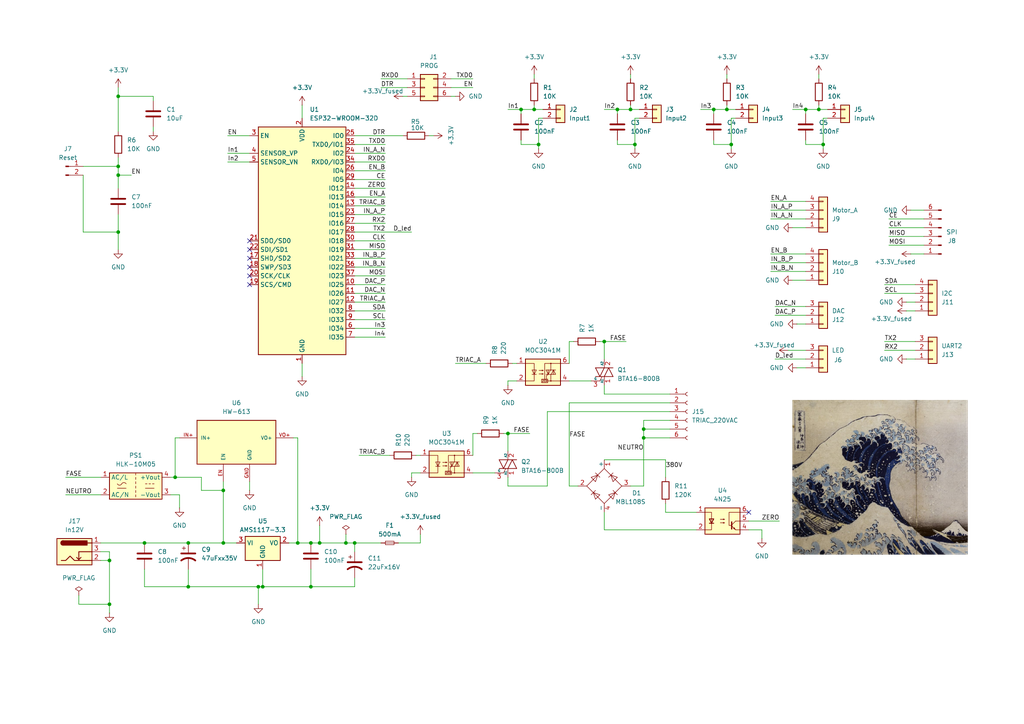
<source format=kicad_sch>
(kicad_sch (version 20231120) (generator "eeschema") (generator_version "8.0")
  (paper "A4")
  (junction (at 210.82 31.75))
  (junction (at 86.36 157.48))
  (junction (at 238.76 41.91))
  (junction (at 186.69 127))
  (junction (at 34.29 67.31))
  (junction (at 64.77 157.48))
  (junction (at 207.01 31.75))
  (junction (at 31.75 175.26))
  (junction (at 41.91 157.48))
  (junction (at 156.21 41.91))
  (junction (at 31.75 162.56))
  (junction (at 64.77 142.24))
  (junction (at 54.61 170.18))
  (junction (at 92.71 157.48))
  (junction (at 186.69 124.46))
  (junction (at 102.87 157.48))
  (junction (at 74.93 170.18))
  (junction (at 175.26 99.06))
  (junction (at 100.33 157.48))
  (junction (at 50.8 138.43))
  (junction (at 90.17 157.48))
  (junction (at 182.88 31.75))
  (junction (at 34.29 48.26))
  (junction (at 154.94 31.75))
  (junction (at 34.29 50.8))
  (junction (at 54.61 157.48))
  (junction (at 233.68 31.75))
  (junction (at 147.32 125.73))
  (junction (at 151.13 31.75))
  (junction (at 90.17 170.18))
  (junction (at 237.49 31.75))
  (junction (at 212.09 41.91))
  (junction (at 76.2 170.18))
  (junction (at 34.29 27.94))
  (junction (at 184.15 41.91))
  (junction (at 179.07 31.75))
  (no_connect (at 72.39 72.39))
  (no_connect (at 72.39 82.55))
  (no_connect (at 72.39 74.93))
  (no_connect (at 72.39 77.47))
  (no_connect (at 72.39 80.01))
  (no_connect (at 217.17 148.59))
  (no_connect (at 72.39 69.85))
  (wire (pts (xy 121.92 154.94) (xy 121.92 157.48)))
  (wire (pts (xy 76.2 170.18) (xy 90.17 170.18)))
  (wire (pts (xy 213.36 34.29) (xy 212.09 34.29)))
  (wire (pts (xy 72.39 139.7) (xy 72.39 142.24)))
  (wire (pts (xy 229.87 81.28) (xy 233.68 81.28)))
  (wire (pts (xy 83.82 157.48) (xy 86.36 157.48)))
  (wire (pts (xy 102.87 54.61) (xy 111.76 54.61)))
  (wire (pts (xy 111.76 59.69) (xy 102.87 59.69)))
  (wire (pts (xy 119.38 137.16) (xy 119.38 138.43)))
  (wire (pts (xy 179.07 40.64) (xy 179.07 41.91)))
  (wire (pts (xy 31.75 160.02) (xy 31.75 162.56)))
  (wire (pts (xy 137.16 22.86) (xy 130.81 22.86)))
  (wire (pts (xy 24.13 67.31) (xy 34.29 67.31)))
  (wire (pts (xy 217.17 151.13) (xy 226.06 151.13)))
  (wire (pts (xy 148.59 105.41) (xy 149.86 105.41)))
  (wire (pts (xy 207.01 41.91) (xy 212.09 41.91)))
  (wire (pts (xy 186.69 127) (xy 194.31 127)))
  (wire (pts (xy 175.26 133.35) (xy 193.04 133.35)))
  (wire (pts (xy 52.07 127) (xy 50.8 127)))
  (wire (pts (xy 111.76 87.63) (xy 102.87 87.63)))
  (wire (pts (xy 175.26 104.14) (xy 175.26 99.06)))
  (wire (pts (xy 193.04 146.05) (xy 193.04 148.59)))
  (wire (pts (xy 90.17 157.48) (xy 92.71 157.48)))
  (wire (pts (xy 92.71 152.4) (xy 92.71 157.48)))
  (wire (pts (xy 233.68 33.02) (xy 233.68 31.75)))
  (wire (pts (xy 257.81 68.58) (xy 267.97 68.58)))
  (wire (pts (xy 207.01 40.64) (xy 207.01 41.91)))
  (wire (pts (xy 31.75 162.56) (xy 29.21 162.56)))
  (wire (pts (xy 100.33 154.94) (xy 100.33 157.48)))
  (wire (pts (xy 102.87 157.48) (xy 102.87 160.02)))
  (wire (pts (xy 111.76 49.53) (xy 102.87 49.53)))
  (wire (pts (xy 74.93 170.18) (xy 74.93 175.26)))
  (wire (pts (xy 111.76 74.93) (xy 102.87 74.93)))
  (wire (pts (xy 210.82 31.75) (xy 213.36 31.75)))
  (wire (pts (xy 184.15 41.91) (xy 184.15 43.18)))
  (wire (pts (xy 111.76 82.55) (xy 102.87 82.55)))
  (wire (pts (xy 223.52 63.5) (xy 233.68 63.5)))
  (wire (pts (xy 86.36 127) (xy 86.36 157.48)))
  (wire (pts (xy 256.54 85.09) (xy 265.43 85.09)))
  (wire (pts (xy 66.04 39.37) (xy 72.39 39.37)))
  (wire (pts (xy 34.29 67.31) (xy 34.29 72.39)))
  (wire (pts (xy 224.79 88.9) (xy 233.68 88.9)))
  (wire (pts (xy 111.76 90.17) (xy 102.87 90.17)))
  (wire (pts (xy 54.61 170.18) (xy 74.93 170.18)))
  (wire (pts (xy 111.76 77.47) (xy 102.87 77.47)))
  (wire (pts (xy 64.77 142.24) (xy 64.77 157.48)))
  (wire (pts (xy 111.76 85.09) (xy 102.87 85.09)))
  (wire (pts (xy 238.76 34.29) (xy 238.76 41.91)))
  (wire (pts (xy 87.63 30.48) (xy 87.63 34.29)))
  (wire (pts (xy 102.87 97.79) (xy 111.76 97.79)))
  (wire (pts (xy 165.1 110.49) (xy 171.45 110.49)))
  (wire (pts (xy 186.69 140.97) (xy 186.69 127)))
  (wire (pts (xy 217.17 153.67) (xy 220.98 153.67)))
  (wire (pts (xy 223.52 73.66) (xy 233.68 73.66)))
  (wire (pts (xy 34.29 50.8) (xy 38.1 50.8)))
  (wire (pts (xy 58.42 138.43) (xy 58.42 142.24)))
  (wire (pts (xy 54.61 165.1) (xy 54.61 170.18)))
  (wire (pts (xy 54.61 157.48) (xy 64.77 157.48)))
  (wire (pts (xy 29.21 157.48) (xy 41.91 157.48)))
  (wire (pts (xy 31.75 175.26) (xy 31.75 162.56)))
  (wire (pts (xy 137.16 137.16) (xy 143.51 137.16)))
  (wire (pts (xy 34.29 50.8) (xy 34.29 54.61)))
  (wire (pts (xy 165.1 99.06) (xy 165.1 105.41)))
  (wire (pts (xy 66.04 46.99) (xy 72.39 46.99)))
  (wire (pts (xy 264.16 73.66) (xy 267.97 73.66)))
  (wire (pts (xy 58.42 142.24) (xy 64.77 142.24)))
  (wire (pts (xy 223.52 76.2) (xy 233.68 76.2)))
  (wire (pts (xy 115.57 157.48) (xy 121.92 157.48)))
  (wire (pts (xy 132.08 27.94) (xy 130.81 27.94)))
  (wire (pts (xy 102.87 170.18) (xy 102.87 167.64)))
  (wire (pts (xy 66.04 44.45) (xy 72.39 44.45)))
  (wire (pts (xy 229.87 31.75) (xy 233.68 31.75)))
  (wire (pts (xy 110.49 22.86) (xy 118.11 22.86)))
  (wire (pts (xy 34.29 48.26) (xy 34.29 50.8)))
  (wire (pts (xy 41.91 165.1) (xy 41.91 170.18)))
  (wire (pts (xy 165.1 116.84) (xy 194.31 116.84)))
  (wire (pts (xy 186.69 124.46) (xy 194.31 124.46)))
  (wire (pts (xy 137.16 25.4) (xy 130.81 25.4)))
  (wire (pts (xy 175.26 148.59) (xy 175.26 153.67)))
  (wire (pts (xy 175.26 153.67) (xy 201.93 153.67)))
  (wire (pts (xy 237.49 30.48) (xy 237.49 31.75)))
  (wire (pts (xy 100.33 157.48) (xy 102.87 157.48)))
  (wire (pts (xy 147.32 110.49) (xy 147.32 111.76)))
  (wire (pts (xy 264.16 60.96) (xy 267.97 60.96)))
  (wire (pts (xy 207.01 33.02) (xy 207.01 31.75)))
  (wire (pts (xy 224.79 91.44) (xy 233.68 91.44)))
  (wire (pts (xy 111.76 72.39) (xy 102.87 72.39)))
  (wire (pts (xy 34.29 62.23) (xy 34.29 67.31)))
  (wire (pts (xy 165.1 116.84) (xy 165.1 140.97)))
  (wire (pts (xy 90.17 170.18) (xy 102.87 170.18)))
  (wire (pts (xy 111.76 64.77) (xy 102.87 64.77)))
  (wire (pts (xy 156.21 41.91) (xy 156.21 43.18)))
  (wire (pts (xy 262.89 104.14) (xy 265.43 104.14)))
  (wire (pts (xy 102.87 95.25) (xy 111.76 95.25)))
  (wire (pts (xy 44.45 29.21) (xy 44.45 27.94)))
  (wire (pts (xy 19.05 138.43) (xy 29.21 138.43)))
  (wire (pts (xy 220.98 156.21) (xy 220.98 153.67)))
  (wire (pts (xy 262.89 87.63) (xy 265.43 87.63)))
  (wire (pts (xy 52.07 143.51) (xy 49.53 143.51)))
  (wire (pts (xy 111.76 92.71) (xy 102.87 92.71)))
  (wire (pts (xy 223.52 58.42) (xy 233.68 58.42)))
  (wire (pts (xy 175.26 99.06) (xy 181.61 99.06)))
  (wire (pts (xy 173.99 99.06) (xy 175.26 99.06)))
  (wire (pts (xy 257.81 66.04) (xy 267.97 66.04)))
  (wire (pts (xy 147.32 125.73) (xy 153.67 125.73)))
  (wire (pts (xy 237.49 21.59) (xy 237.49 22.86)))
  (wire (pts (xy 240.03 34.29) (xy 238.76 34.29)))
  (wire (pts (xy 185.42 34.29) (xy 184.15 34.29)))
  (wire (pts (xy 34.29 27.94) (xy 34.29 38.1)))
  (wire (pts (xy 166.37 99.06) (xy 165.1 99.06)))
  (wire (pts (xy 52.07 143.51) (xy 52.07 147.32)))
  (wire (pts (xy 212.09 41.91) (xy 212.09 43.18)))
  (wire (pts (xy 137.16 125.73) (xy 137.16 132.08)))
  (wire (pts (xy 29.21 160.02) (xy 31.75 160.02)))
  (wire (pts (xy 44.45 27.94) (xy 34.29 27.94)))
  (wire (pts (xy 138.43 125.73) (xy 137.16 125.73)))
  (wire (pts (xy 179.07 33.02) (xy 179.07 31.75)))
  (wire (pts (xy 157.48 34.29) (xy 156.21 34.29)))
  (wire (pts (xy 50.8 138.43) (xy 58.42 138.43)))
  (wire (pts (xy 179.07 41.91) (xy 184.15 41.91)))
  (wire (pts (xy 151.13 41.91) (xy 156.21 41.91)))
  (wire (pts (xy 92.71 157.48) (xy 100.33 157.48)))
  (wire (pts (xy 256.54 99.06) (xy 265.43 99.06)))
  (wire (pts (xy 156.21 34.29) (xy 156.21 41.91)))
  (wire (pts (xy 228.6 101.6) (xy 233.68 101.6)))
  (wire (pts (xy 64.77 157.48) (xy 68.58 157.48)))
  (wire (pts (xy 182.88 140.97) (xy 186.69 140.97)))
  (wire (pts (xy 119.38 137.16) (xy 121.92 137.16)))
  (wire (pts (xy 193.04 133.35) (xy 193.04 138.43)))
  (wire (pts (xy 147.32 130.81) (xy 147.32 125.73)))
  (wire (pts (xy 184.15 34.29) (xy 184.15 41.91)))
  (wire (pts (xy 22.86 172.72) (xy 22.86 175.26)))
  (wire (pts (xy 19.05 143.51) (xy 29.21 143.51)))
  (wire (pts (xy 158.75 140.97) (xy 147.32 140.97)))
  (wire (pts (xy 262.89 90.17) (xy 265.43 90.17)))
  (wire (pts (xy 154.94 31.75) (xy 157.48 31.75)))
  (wire (pts (xy 22.86 175.26) (xy 31.75 175.26)))
  (wire (pts (xy 210.82 30.48) (xy 210.82 31.75)))
  (wire (pts (xy 110.49 25.4) (xy 118.11 25.4)))
  (wire (pts (xy 125.73 39.37) (xy 124.46 39.37)))
  (wire (pts (xy 50.8 138.43) (xy 49.53 138.43)))
  (wire (pts (xy 231.14 106.68) (xy 233.68 106.68)))
  (wire (pts (xy 186.69 124.46) (xy 186.69 127)))
  (wire (pts (xy 41.91 157.48) (xy 54.61 157.48)))
  (wire (pts (xy 111.76 52.07) (xy 102.87 52.07)))
  (wire (pts (xy 132.08 105.41) (xy 140.97 105.41)))
  (wire (pts (xy 34.29 25.4) (xy 34.29 27.94)))
  (wire (pts (xy 44.45 36.83) (xy 44.45 38.1)))
  (wire (pts (xy 223.52 60.96) (xy 233.68 60.96)))
  (wire (pts (xy 182.88 31.75) (xy 185.42 31.75)))
  (wire (pts (xy 102.87 157.48) (xy 110.49 157.48)))
  (wire (pts (xy 111.76 41.91) (xy 102.87 41.91)))
  (wire (pts (xy 120.65 132.08) (xy 121.92 132.08)))
  (wire (pts (xy 90.17 165.1) (xy 90.17 170.18)))
  (wire (pts (xy 147.32 31.75) (xy 151.13 31.75)))
  (wire (pts (xy 102.87 67.31) (xy 119.38 67.31)))
  (wire (pts (xy 175.26 31.75) (xy 179.07 31.75)))
  (wire (pts (xy 233.68 41.91) (xy 238.76 41.91)))
  (wire (pts (xy 154.94 30.48) (xy 154.94 31.75)))
  (wire (pts (xy 203.2 31.75) (xy 207.01 31.75)))
  (wire (pts (xy 154.94 21.59) (xy 154.94 22.86)))
  (wire (pts (xy 116.84 27.94) (xy 118.11 27.94)))
  (wire (pts (xy 182.88 21.59) (xy 182.88 22.86)))
  (wire (pts (xy 111.76 62.23) (xy 102.87 62.23)))
  (wire (pts (xy 111.76 69.85) (xy 102.87 69.85)))
  (wire (pts (xy 212.09 34.29) (xy 212.09 41.91)))
  (wire (pts (xy 194.31 121.92) (xy 186.69 121.92)))
  (wire (pts (xy 210.82 21.59) (xy 210.82 22.86)))
  (wire (pts (xy 151.13 33.02) (xy 151.13 31.75)))
  (wire (pts (xy 41.91 170.18) (xy 54.61 170.18)))
  (wire (pts (xy 147.32 138.43) (xy 147.32 140.97)))
  (wire (pts (xy 74.93 170.18) (xy 76.2 170.18)))
  (wire (pts (xy 175.26 114.3) (xy 175.26 111.76)))
  (wire (pts (xy 111.76 44.45) (xy 102.87 44.45)))
  (wire (pts (xy 175.26 114.3) (xy 194.31 114.3)))
  (wire (pts (xy 111.76 46.99) (xy 102.87 46.99)))
  (wire (pts (xy 76.2 165.1) (xy 76.2 170.18)))
  (wire (pts (xy 256.54 101.6) (xy 265.43 101.6)))
  (wire (pts (xy 257.81 63.5) (xy 267.97 63.5)))
  (wire (pts (xy 231.14 93.98) (xy 233.68 93.98)))
  (wire (pts (xy 186.69 121.92) (xy 186.69 124.46)))
  (wire (pts (xy 24.13 48.26) (xy 34.29 48.26)))
  (wire (pts (xy 87.63 105.41) (xy 87.63 109.22)))
  (wire (pts (xy 193.04 148.59) (xy 201.93 148.59)))
  (wire (pts (xy 31.75 177.8) (xy 31.75 175.26)))
  (wire (pts (xy 102.87 39.37) (xy 116.84 39.37)))
  (wire (pts (xy 238.76 41.91) (xy 238.76 43.18)))
  (wire (pts (xy 158.75 119.38) (xy 194.31 119.38)))
  (wire (pts (xy 257.81 71.12) (xy 267.97 71.12)))
  (wire (pts (xy 85.09 127) (xy 86.36 127)))
  (wire (pts (xy 256.54 82.55) (xy 265.43 82.55)))
  (wire (pts (xy 237.49 31.75) (xy 240.03 31.75)))
  (wire (pts (xy 34.29 45.72) (xy 34.29 48.26)))
  (wire (pts (xy 24.13 50.8) (xy 24.13 67.31)))
  (wire (pts (xy 165.1 140.97) (xy 167.64 140.97)))
  (wire (pts (xy 229.87 66.04) (xy 233.68 66.04)))
  (wire (pts (xy 223.52 78.74) (xy 233.68 78.74)))
  (wire (pts (xy 233.68 40.64) (xy 233.68 41.91)))
  (wire (pts (xy 147.32 110.49) (xy 149.86 110.49)))
  (wire (pts (xy 64.77 139.7) (xy 64.77 142.24)))
  (wire (pts (xy 104.14 132.08) (xy 113.03 132.08)))
  (wire (pts (xy 158.75 119.38) (xy 158.75 140.97)))
  (wire (pts (xy 224.79 104.14) (xy 233.68 104.14)))
  (wire (pts (xy 111.76 80.01) (xy 102.87 80.01)))
  (wire (pts (xy 146.05 125.73) (xy 147.32 125.73)))
  (wire (pts (xy 179.07 31.75) (xy 182.88 31.75)))
  (wire (pts (xy 86.36 157.48) (xy 90.17 157.48)))
  (wire (pts (xy 151.13 31.75) (xy 154.94 31.75)))
  (wire (pts (xy 151.13 40.64) (xy 151.13 41.91)))
  (wire (pts (xy 207.01 31.75) (xy 210.82 31.75)))
  (wire (pts (xy 111.76 57.15) (xy 102.87 57.15)))
  (wire (pts (xy 233.68 31.75) (xy 237.49 31.75)))
  (wire (pts (xy 50.8 127) (xy 50.8 138.43)))
  (wire (pts (xy 182.88 30.48) (xy 182.88 31.75)))
  (image (at 255.27 138.43) (scale 0.269018))
  (label "MOSI" (at 111.76 80.01 180))
  (label "In1" (at 147.32 31.75 0))
  (label "ZERO" (at 226.06 151.13 180))
  (label "In2" (at 66.04 46.99 0))
  (label "DAC_P" (at 224.79 91.44 0))
  (label "ZERO" (at 111.76 54.61 180))
  (label "RXD0" (at 111.76 46.99 180))
  (label "SCL" (at 256.54 85.09 0))
  (label "DAC_P" (at 111.76 82.55 180))
  (label "TXD0" (at 137.16 22.86 180))
  (label "In3" (at 111.76 95.25 180))
  (label "DAC_N" (at 111.76 85.09 180))
  (label "FASE" (at 19.05 138.43 0))
  (label "TX2" (at 256.54 99.06 0))
  (label "TXD0" (at 111.76 41.91 180))
  (label "IN_A_N" (at 111.76 44.45 180))
  (label "TX2" (at 111.76 67.31 180))
  (label "IN_A_P" (at 111.76 62.23 180))
  (label "RX2" (at 256.54 101.6 0))
  (label "In4" (at 111.76 97.79 180))
  (label "IN_B_P" (at 223.52 76.2 0))
  (label "SDA" (at 111.76 90.17 180))
  (label "EN" (at 66.04 39.37 0))
  (label "EN_B" (at 223.52 73.66 0))
  (label "EN" (at 137.16 25.4 180))
  (label "SDA" (at 256.54 82.55 0))
  (label "IN_B_P" (at 111.76 74.93 180))
  (label "In2" (at 175.26 31.75 0))
  (label "IN_B_N" (at 111.76 77.47 180))
  (label "In1" (at 66.04 44.45 0))
  (label "NEUTRO" (at 186.69 130.81 180))
  (label "RX2" (at 111.76 64.77 180))
  (label "TRIAC_B" (at 111.76 59.69 180))
  (label "380V" (at 193.04 135.89 0))
  (label "FASE" (at 181.61 99.06 180))
  (label "DTR" (at 111.76 39.37 180))
  (label "EN" (at 38.1 50.8 0))
  (label "CE" (at 257.81 63.5 0))
  (label "TRIAC_B" (at 104.14 132.08 0))
  (label "DTR" (at 110.49 25.4 0))
  (label "EN_A" (at 111.76 57.15 180))
  (label "EN_A" (at 223.52 58.42 0))
  (label "CE" (at 111.76 52.07 180))
  (label "NEUTRO" (at 19.05 143.51 0))
  (label "D_led" (at 224.79 104.14 0))
  (label "IN_B_N" (at 223.52 78.74 0))
  (label "DAC_N" (at 224.79 88.9 0))
  (label "MOSI" (at 257.81 71.12 0))
  (label "In3" (at 203.2 31.75 0))
  (label "CLK" (at 257.81 66.04 0))
  (label "TRIAC_A" (at 132.08 105.41 0))
  (label "CLK" (at 111.76 69.85 180))
  (label "FASE" (at 153.67 125.73 180))
  (label "FASE" (at 165.1 127 0))
  (label "SCL" (at 111.76 92.71 180))
  (label "IN_A_N" (at 223.52 63.5 0))
  (label "TRIAC_A" (at 111.76 87.63 180))
  (label "MISO" (at 111.76 72.39 180))
  (label "D_led" (at 119.38 67.31 180))
  (label "RXD0" (at 110.49 22.86 0))
  (label "IN_A_P" (at 223.52 60.96 0))
  (label "In4" (at 229.87 31.75 0))
  (label "MISO" (at 257.81 68.58 0))
  (label "EN_B" (at 111.76 49.53 180))
  (symbol (lib_id "Connector_Generic:Conn_01x04") (at 270.51 87.63 0) (mirror x) (unit 1)
    (property "Reference" "J11" (at 273.05 87.6301 0) (effects (justify left)))
    (property "Value" "I2C" (at 273.05 85.0901 0) (effects (justify left)))
    (property "Footprint" "Connector_Molex:Molex_SL_171971-0004_1x04_P2.54mm_Vertical" (effects (hide yes)))
    (property "Description" "Generic connector, single row, 01x04, script generated (kicad-library-utils/schlib/autogen/connector/)" (effects (hide yes)))
  )
  (symbol (lib_id "power:GND") (at 132.08 27.94 90) (unit 1)
    (property "Reference" "#PWR08" (effects (hide yes)))
    (property "Value" "GND" (at 135.89 27.9401 90) (effects (justify right)))
    (property "Description" "Power symbol creates a global label with name \"GND\" , ground" (effects (hide yes)))
  )
  (symbol (lib_id "Connector_Generic:Conn_01x04") (at 238.76 63.5 0) (mirror x) (unit 1)
    (property "Reference" "J9" (at 241.3 63.5001 0) (effects (justify left)))
    (property "Value" "Motor_A" (at 241.3 60.9601 0) (effects (justify left)))
    (property "Footprint" "Connector_Molex:Molex_SL_171971-0004_1x04_P2.54mm_Vertical" (effects (hide yes)))
    (property "Description" "Generic connector, single row, 01x04, script generated (kicad-library-utils/schlib/autogen/connector/)" (effects (hide yes)))
  )
  (symbol (lib_id "power:+3.3V") (at 121.92 154.94 0) (unit 1)
    (property "Reference" "#PWR028" (effects (hide yes)))
    (property "Value" "+3.3V_fused" (at 121.92 149.86 0))
    (property "Description" "Power symbol creates a global label with name \"+3.3V\"" (effects (hide yes)))
  )
  (symbol (lib_id "Connector_Generic:Conn_01x02") (at 162.56 31.75 0) (unit 1)
    (property "Reference" "J2" (at 165.1 31.7499 0) (effects (justify left)))
    (property "Value" "Input1" (at 165.1 34.2899 0) (effects (justify left)))
    (property "Footprint" "Connector_Molex:Molex_SL_171971-0002_1x02_P2.54mm_Vertical" (effects (hide yes)))
    (property "Description" "Generic connector, single row, 01x02, script generated (kicad-library-utils/schlib/autogen/connector/)" (effects (hide yes)))
  )
  (symbol (lib_id "power:GND") (at 147.32 111.76 0) (mirror y) (unit 1)
    (property "Reference" "#PWR027" (effects (hide yes)))
    (property "Value" "GND" (at 147.32 116.84 0))
    (property "Description" "Power symbol creates a global label with name \"GND\" , ground" (effects (hide yes)))
  )
  (symbol (lib_id "Connector_Generic:Conn_01x03") (at 270.51 101.6 0) (mirror x) (unit 1)
    (property "Reference" "J13" (at 273.05 102.8701 0) (effects (justify left)))
    (property "Value" "UART2" (at 273.05 100.3301 0) (effects (justify left)))
    (property "Footprint" "Connector_Molex:Molex_SL_171971-0003_1x03_P2.54mm_Vertical" (effects (hide yes)))
    (property "Description" "Generic connector, single row, 01x03, script generated (kicad-library-utils/schlib/autogen/connector/)" (effects (hide yes)))
  )
  (symbol (lib_id "Triac_Thyristor:BTA16-800B") (at 147.32 134.62 0) (unit 1)
    (property "Reference" "Q2" (at 151.13 133.9341 0) (effects (justify left)))
    (property "Value" "BTA16-800B" (at 151.13 136.4741 0) (effects (justify left)))
    (property "Footprint" "Package_TO_SOT_THT:TO-220-3_Vertical" (effects (hide yes)))
    (property "Datasheet" "https://www.st.com/resource/en/datasheet/bta16.pdf" (effects (hide yes)))
    (property "Description" "16A RMS, 800V Off-State Voltage, 50mA Sensitivity, Insulated, Triac, TO-220" (effects (hide yes)))
  )
  (symbol (lib_id "power:PWR_FLAG") (at 100.33 154.94 0) (unit 1)
    (property "Reference" "#FLG01" (effects (hide yes)))
    (property "Value" "PWR_FLAG" (at 100.33 149.86 0))
    (property "Description" "Special symbol for telling ERC where power comes from" (effects (hide yes)))
  )
  (symbol (lib_id "Device:C_Polarized_US") (at 102.87 163.83 0) (unit 1)
    (property "Reference" "C11" (at 106.68 161.9249 0) (effects (justify left)))
    (property "Value" "22uFx16V" (at 106.68 164.4649 0) (effects (justify left)))
    (property "Footprint" "Capacitor_Tantalum_SMD:CP_EIA-6032-28_Kemet-C_Pad2.25x2.35mm_HandSolder" (effects (hide yes)))
    (property "Description" "Polarized capacitor, US symbol" (effects (hide yes)))
  )
  (symbol (lib_id "power:+3.3V") (at 262.89 90.17 90) (mirror x) (unit 1)
    (property "Reference" "#PWR020" (effects (hide yes)))
    (property "Value" "+3.3V_fused" (at 258.572 92.456 90))
    (property "Description" "Power symbol creates a global label with name \"+3.3V\"" (effects (hide yes)))
  )
  (symbol (lib_id "Device:R") (at 116.84 132.08 90) (unit 1)
    (property "Reference" "R10" (at 115.5699 129.54 0) (effects (justify left)))
    (property "Value" "220" (at 118.1099 129.54 0) (effects (justify left)))
    (property "Footprint" "Resistor_SMD:R_0805_2012Metric_Pad1.20x1.40mm_HandSolder" (effects (hide yes)))
    (property "Description" "Resistor" (effects (hide yes)))
  )
  (symbol (lib_id "Triac_Thyristor:BTA16-800B") (at 175.26 107.95 0) (unit 1)
    (property "Reference" "Q1" (at 179.07 107.2641 0) (effects (justify left)))
    (property "Value" "BTA16-800B" (at 179.07 109.8041 0) (effects (justify left)))
    (property "Footprint" "Package_TO_SOT_THT:TO-220-3_Vertical" (effects (hide yes)))
    (property "Datasheet" "https://www.st.com/resource/en/datasheet/bta16.pdf" (effects (hide yes)))
    (property "Description" "16A RMS, 800V Off-State Voltage, 50mA Sensitivity, Insulated, Triac, TO-220" (effects (hide yes)))
  )
  (symbol (lib_id "power:GND") (at 34.29 72.39 0) (unit 1)
    (property "Reference" "#PWR017" (effects (hide yes)))
    (property "Value" "GND" (at 34.29 77.47 0))
    (property "Description" "Power symbol creates a global label with name \"GND\" , ground" (effects (hide yes)))
  )
  (symbol (lib_id "power:GND") (at 52.07 147.32 0) (unit 1)
    (property "Reference" "#PWR034" (effects (hide yes)))
    (property "Value" "GND" (at 52.07 152.4 0))
    (property "Description" "Power symbol creates a global label with name \"GND\" , ground" (effects (hide yes)))
  )
  (symbol (lib_id "Connector_Generic:Conn_01x02") (at 190.5 31.75 0) (unit 1)
    (property "Reference" "J3" (at 193.04 31.7499 0) (effects (justify left)))
    (property "Value" "Input2" (at 193.04 34.2899 0) (effects (justify left)))
    (property "Footprint" "Connector_Molex:Molex_SL_171971-0002_1x02_P2.54mm_Vertical" (effects (hide yes)))
    (property "Description" "Generic connector, single row, 01x02, script generated (kicad-library-utils/schlib/autogen/connector/)" (effects (hide yes)))
  )
  (symbol (lib_id "Diode_Bridge:MBL108S") (at 175.26 140.97 90) (unit 1)
    (property "Reference" "D1" (at 184.658 143.002 90))
    (property "Value" "MBL108S" (at 182.88 145.542 90))
    (property "Footprint" "Diode_SMD:Diode_Bridge_Vishay_DFS" (effects (hide yes)))
    (property "Datasheet" "http://www.vishay.com/docs/89959/mbl104s.pdf" (effects (hide yes)))
    (property "Description" "Miniature Glass Passivated Single-Phase Surface Mount Bridge Rectifiers, 560V Vrms, 1.0A If, MBLS SMD package" (effects (hide yes)))
  )
  (symbol (lib_id "power:GND") (at 229.87 81.28 270) (unit 1)
    (property "Reference" "#PWR022" (effects (hide yes)))
    (property "Value" "GND" (at 226.06 81.2799 90) (effects (justify right)))
    (property "Description" "Power symbol creates a global label with name \"GND\" , ground" (effects (hide yes)))
  )
  (symbol (lib_id "power:+3.3V") (at 210.82 21.59 0) (unit 1)
    (property "Reference" "#PWR03" (effects (hide yes)))
    (property "Value" "+3.3V" (at 210.82 16.51 0))
    (property "Description" "Power symbol creates a global label with name \"+3.3V\"" (effects (hide yes)))
  )
  (symbol (lib_id "Device:C") (at 44.45 33.02 0) (unit 1)
    (property "Reference" "C1" (at 48.26 31.7499 0) (effects (justify left)))
    (property "Value" "10uF" (at 48.26 34.2899 0) (effects (justify left)))
    (property "Footprint" "Capacitor_SMD:C_0805_2012Metric_Pad1.18x1.45mm_HandSolder" (effects (hide yes)))
    (property "Description" "Unpolarized capacitor" (effects (hide yes)))
  )
  (symbol (lib_id "power:GND") (at 184.15 43.18 0) (unit 1)
    (property "Reference" "#PWR012" (effects (hide yes)))
    (property "Value" "GND" (at 184.15 48.26 0))
    (property "Description" "Power symbol creates a global label with name \"GND\" , ground" (effects (hide yes)))
  )
  (symbol (lib_id "power:GND") (at 238.76 43.18 0) (unit 1)
    (property "Reference" "#PWR014" (effects (hide yes)))
    (property "Value" "GND" (at 238.76 48.26 0))
    (property "Description" "Power symbol creates a global label with name \"GND\" , ground" (effects (hide yes)))
  )
  (symbol (lib_id "power:GND") (at 87.63 109.22 0) (unit 1)
    (property "Reference" "#PWR026" (effects (hide yes)))
    (property "Value" "GND" (at 87.63 114.3 0))
    (property "Description" "Power symbol creates a global label with name \"GND\" , ground" (effects (hide yes)))
  )
  (symbol (lib_id "HW-613:HW-613") (at 69.85 124.46 0) (unit 1)
    (property "Reference" "U6" (at 68.58 116.84 0))
    (property "Value" "HW-613" (at 68.58 119.38 0))
    (property "Footprint" "v0.1:HW-613" (effects (hide yes)))
    (property "MF" "NTE Electronics, Inc" (effects (hide yes)))
    (property "Description_1" "\nRESISTOR 1/2W METAL FILM FLAMEPROOF 13M OHM 2% AXIAL LEAD | NTE Electronics Inc. HW613\n" (effects (hide yes)))
    (property "Package" "Axial NTE Electronics, Inc" (effects (hide yes)))
    (property "Price" "None" (effects (hide yes)))
    (property "SnapEDA_Link" "https://www.snapeda.com/parts/HW613/NTE+Electronics/view-part/?ref=snap" (effects (hide yes)))
    (property "MP" "HW613" (effects (hide yes)))
    (property "Availability" "In Stock" (effects (hide yes)))
    (property "Check_prices" "https://www.snapeda.com/parts/HW613/NTE+Electronics/view-part/?ref=eda" (effects (hide yes)))
  )
  (symbol (lib_id "Device:R") (at 154.94 26.67 0) (unit 1)
    (property "Reference" "R1" (at 157.48 25.3999 0) (effects (justify left)))
    (property "Value" "10K" (at 157.48 27.9399 0) (effects (justify left)))
    (property "Footprint" "Resistor_SMD:R_0805_2012Metric_Pad1.20x1.40mm_HandSolder" (effects (hide yes)))
    (property "Description" "Resistor" (effects (hide yes)))
  )
  (symbol (lib_id "Device:C") (at 41.91 161.29 0) (unit 1)
    (property "Reference" "C8" (at 45.72 160.0199 0) (effects (justify left)))
    (property "Value" "100nF" (at 45.72 162.5599 0) (effects (justify left)))
    (property "Footprint" "Capacitor_SMD:C_0805_2012Metric_Pad1.18x1.45mm_HandSolder" (effects (hide yes)))
    (property "Description" "Unpolarized capacitor" (effects (hide yes)))
  )
  (symbol (lib_id "power:GND") (at 119.38 138.43 0) (mirror y) (unit 1)
    (property "Reference" "#PWR029" (effects (hide yes)))
    (property "Value" "GND" (at 119.38 143.51 0))
    (property "Description" "Power symbol creates a global label with name \"GND\" , ground" (effects (hide yes)))
  )
  (symbol (lib_id "Regulator_Linear:AMS1117-3.3") (at 76.2 157.48 0) (unit 1)
    (property "Reference" "U5" (at 76.2 151.13 0))
    (property "Value" "AMS1117-3.3" (at 76.2 153.67 0))
    (property "Footprint" "Package_TO_SOT_SMD:SOT-223-3_TabPin2" (effects (hide yes)))
    (property "Datasheet" "http://www.advanced-monolithic.com/pdf/ds1117.pdf" (effects (hide yes)))
    (property "Description" "1A Low Dropout regulator, positive, 3.3V fixed output, SOT-223" (effects (hide yes)))
  )
  (symbol (lib_id "power:+3.3V") (at 182.88 21.59 0) (unit 1)
    (property "Reference" "#PWR02" (effects (hide yes)))
    (property "Value" "+3.3V" (at 182.88 16.51 0))
    (property "Description" "Power symbol creates a global label with name \"+3.3V\"" (effects (hide yes)))
  )
  (symbol (lib_id "power:+3.3V") (at 237.49 21.59 0) (unit 1)
    (property "Reference" "#PWR04" (effects (hide yes)))
    (property "Value" "+3.3V" (at 237.49 16.51 0))
    (property "Description" "Power symbol creates a global label with name \"+3.3V\"" (effects (hide yes)))
  )
  (symbol (lib_id "power:GND") (at 220.98 156.21 0) (unit 1)
    (property "Reference" "#PWR030" (effects (hide yes)))
    (property "Value" "GND" (at 220.98 161.29 0))
    (property "Description" "Power symbol creates a global label with name \"GND\" , ground" (effects (hide yes)))
  )
  (symbol (lib_id "power:GND") (at 72.39 142.24 0) (unit 1)
    (property "Reference" "#PWR025" (effects (hide yes)))
    (property "Value" "GND" (at 72.39 147.32 0))
    (property "Description" "Power symbol creates a global label with name \"GND\" , ground" (effects (hide yes)))
  )
  (symbol (lib_id "Connector_Generic:Conn_01x02") (at 218.44 31.75 0) (unit 1)
    (property "Reference" "J4" (at 220.98 31.7499 0) (effects (justify left)))
    (property "Value" "Input3" (at 220.98 34.2899 0) (effects (justify left)))
    (property "Footprint" "Connector_Molex:Molex_SL_171971-0002_1x02_P2.54mm_Vertical" (effects (hide yes)))
    (property "Description" "Generic connector, single row, 01x02, script generated (kicad-library-utils/schlib/autogen/connector/)" (effects (hide yes)))
  )
  (symbol (lib_id "Device:R") (at 34.29 41.91 0) (unit 1)
    (property "Reference" "R6" (at 36.83 40.6399 0) (effects (justify left)))
    (property "Value" "10K" (at 36.83 43.1799 0) (effects (justify left)))
    (property "Footprint" "Resistor_SMD:R_0805_2012Metric_Pad1.20x1.40mm_HandSolder" (effects (hide yes)))
    (property "Description" "Resistor" (effects (hide yes)))
  )
  (symbol (lib_id "Connector:Conn_01x02_Pin") (at 19.05 48.26 0) (unit 1)
    (property "Reference" "J7" (at 19.685 43.18 0))
    (property "Value" "Reset" (at 19.685 45.72 0))
    (property "Footprint" "Connector_PinHeader_2.54mm:PinHeader_1x02_P2.54mm_Vertical" (effects (hide yes)))
    (property "Description" "Generic connector, single row, 01x02, script generated" (effects (hide yes)))
  )
  (symbol (lib_id "power:GND") (at 231.14 93.98 270) (mirror x) (unit 1)
    (property "Reference" "#PWR023" (effects (hide yes)))
    (property "Value" "GND" (at 227.33 93.9801 90) (effects (justify right)))
    (property "Description" "Power symbol creates a global label with name \"GND\" , ground" (effects (hide yes)))
  )
  (symbol (lib_id "power:GND") (at 156.21 43.18 0) (unit 1)
    (property "Reference" "#PWR011" (effects (hide yes)))
    (property "Value" "GND" (at 156.21 48.26 0))
    (property "Description" "Power symbol creates a global label with name \"GND\" , ground" (effects (hide yes)))
  )
  (symbol (lib_id "Device:R") (at 182.88 26.67 0) (unit 1)
    (property "Reference" "R2" (at 185.42 25.3999 0) (effects (justify left)))
    (property "Value" "10K" (at 185.42 27.9399 0) (effects (justify left)))
    (property "Footprint" "Resistor_SMD:R_0805_2012Metric_Pad1.20x1.40mm_HandSolder" (effects (hide yes)))
    (property "Description" "Resistor" (effects (hide yes)))
  )
  (symbol (lib_id "Connector_Generic:Conn_01x04") (at 238.76 78.74 0) (mirror x) (unit 1)
    (property "Reference" "J10" (at 241.3 78.7401 0) (effects (justify left)))
    (property "Value" "Motor_B" (at 241.3 76.2001 0) (effects (justify left)))
    (property "Footprint" "Connector_Molex:Molex_SL_171971-0004_1x04_P2.54mm_Vertical" (effects (hide yes)))
    (property "Description" "Generic connector, single row, 01x04, script generated (kicad-library-utils/schlib/autogen/connector/)" (effects (hide yes)))
  )
  (symbol (lib_id "power:+3.3V") (at 228.6 101.6 90) (mirror x) (unit 1)
    (property "Reference" "#PWR015" (effects (hide yes)))
    (property "Value" "+3.3V_fused" (at 224.536 100.076 90))
    (property "Description" "Power symbol creates a global label with name \"+3.3V\"" (effects (hide yes)))
  )
  (symbol (lib_id "Relay_SolidState:MOC3041M") (at 157.48 107.95 0) (unit 1)
    (property "Reference" "U2" (at 157.48 99.06 0))
    (property "Value" "MOC3041M" (at 157.48 101.6 0))
    (property "Footprint" "Package_DIP:SMDIP-6_W9.53mm" (effects (hide yes)))
    (property "Datasheet" "https://www.onsemi.com/pub/Collateral/MOC3043M-D.pdf" (effects (hide yes)))
    (property "Description" "Zero Cross Opto-Triac, Vdrm 400V, Ift 15mA, DIP6" (effects (hide yes)))
  )
  (symbol (lib_id "Relay_SolidState:MOC3041M") (at 129.54 134.62 0) (unit 1)
    (property "Reference" "U3" (at 129.54 125.73 0))
    (property "Value" "MOC3041M" (at 129.54 128.27 0))
    (property "Footprint" "Package_DIP:SMDIP-6_W9.53mm" (effects (hide yes)))
    (property "Datasheet" "https://www.onsemi.com/pub/Collateral/MOC3043M-D.pdf" (effects (hide yes)))
    (property "Description" "Zero Cross Opto-Triac, Vdrm 400V, Ift 15mA, DIP6" (effects (hide yes)))
  )
  (symbol (lib_id "Device:R") (at 170.18 99.06 90) (unit 1)
    (property "Reference" "R7" (at 168.9099 96.52 0) (effects (justify left)))
    (property "Value" "1K" (at 171.4499 96.52 0) (effects (justify left)))
    (property "Footprint" "Resistor_SMD:R_0805_2012Metric_Pad1.20x1.40mm_HandSolder" (effects (hide yes)))
    (property "Description" "Resistor" (effects (hide yes)))
  )
  (symbol (lib_id "power:GND") (at 74.93 175.26 0) (unit 1)
    (property "Reference" "#PWR032" (effects (hide yes)))
    (property "Value" "GND" (at 74.93 180.34 0))
    (property "Description" "Power symbol creates a global label with name \"GND\" , ground" (effects (hide yes)))
  )
  (symbol (lib_id "power:GND") (at 262.89 104.14 270) (mirror x) (unit 1)
    (property "Reference" "#PWR024" (effects (hide yes)))
    (property "Value" "GND" (at 259.08 104.1401 90) (effects (justify right)))
    (property "Description" "Power symbol creates a global label with name \"GND\" , ground" (effects (hide yes)))
  )
  (symbol (lib_id "Device:R") (at 120.65 39.37 270) (unit 1)
    (property "Reference" "R5" (at 119.126 35.306 90) (effects (justify left)))
    (property "Value" "10K" (at 119.126 37.084 90) (effects (justify left)))
    (property "Footprint" "Resistor_SMD:R_0805_2012Metric_Pad1.20x1.40mm_HandSolder" (effects (hide yes)))
    (property "Description" "Resistor" (effects (hide yes)))
  )
  (symbol (lib_id "power:+3.3V") (at 154.94 21.59 0) (unit 1)
    (property "Reference" "#PWR01" (effects (hide yes)))
    (property "Value" "+3.3V" (at 154.94 16.51 0))
    (property "Description" "Power symbol creates a global label with name \"+3.3V\"" (effects (hide yes)))
  )
  (symbol (lib_id "Connector_Generic:Conn_01x02") (at 245.11 31.75 0) (unit 1)
    (property "Reference" "J5" (at 247.65 31.7499 0) (effects (justify left)))
    (property "Value" "Input4" (at 247.65 34.2899 0) (effects (justify left)))
    (property "Footprint" "Connector_Molex:Molex_SL_171971-0002_1x02_P2.54mm_Vertical" (effects (hide yes)))
    (property "Description" "Generic connector, single row, 01x02, script generated (kicad-library-utils/schlib/autogen/connector/)" (effects (hide yes)))
  )
  (symbol (lib_id "power:+3.3V") (at 87.63 30.48 0) (unit 1)
    (property "Reference" "#PWR09" (effects (hide yes)))
    (property "Value" "+3.3V" (at 87.63 25.4 0))
    (property "Description" "Power symbol creates a global label with name \"+3.3V\"" (effects (hide yes)))
  )
  (symbol (lib_id "power:GND") (at 229.87 66.04 270) (unit 1)
    (property "Reference" "#PWR018" (effects (hide yes)))
    (property "Value" "GND" (at 226.06 66.0399 90) (effects (justify right)))
    (property "Description" "Power symbol creates a global label with name \"GND\" , ground" (effects (hide yes)))
  )
  (symbol (lib_id "power:+3.3V") (at 92.71 152.4 0) (unit 1)
    (property "Reference" "#PWR031" (effects (hide yes)))
    (property "Value" "+3.3V" (at 92.71 147.32 0))
    (property "Description" "Power symbol creates a global label with name \"+3.3V\"" (effects (hide yes)))
  )
  (symbol (lib_id "Converter_ACDC:HLK-10M05") (at 39.37 140.97 0) (unit 1)
    (property "Reference" "PS1" (at 39.37 132.08 0))
    (property "Value" "HLK-10M05" (at 39.37 134.62 0))
    (property "Footprint" "Converter_ACDC:Converter_ACDC_Hi-Link_HLK-10Mxx" (effects (hide yes)))
    (property "Datasheet" "http://h.hlktech.com/download/ACDC%E7%94%B5%E6%BA%90%E6%A8%A1%E5%9D%9710W%E7%B3%BB%E5%88%97/1/%E6%B5%B7%E5%87%8C%E7%A7%9110W%E7%B3%BB%E5%88%97%E7%94%B5%E6%BA%90%E6%A8%A1%E5%9D%97%E8%A7%84%E6%A0%BC%E4%B9%A6V1.8.pdf" (effects (hide yes)))
    (property "Description" "Compact AC/DC board mount power module 10W 5V" (effects (hide yes)))
  )
  (symbol (lib_id "Connector_Generic:Conn_01x03") (at 238.76 104.14 0) (mirror x) (unit 1)
    (property "Reference" "J6" (at 243.078 104.394 0))
    (property "Value" "LED" (at 243.078 101.6 0))
    (property "Footprint" "Connector_Molex:Molex_SL_171971-0003_1x03_P2.54mm_Vertical" (effects (hide yes)))
    (property "Description" "Generic connector, single row, 01x03, script generated (kicad-library-utils/schlib/autogen/connector/)" (effects (hide yes)))
  )
  (symbol (lib_id "power:+3.3V") (at 34.29 25.4 0) (unit 1)
    (property "Reference" "#PWR06" (effects (hide yes)))
    (property "Value" "+3.3V" (at 34.29 20.32 0))
    (property "Description" "Power symbol creates a global label with name \"+3.3V\"" (effects (hide yes)))
  )
  (symbol (lib_id "power:GND") (at 212.09 43.18 0) (unit 1)
    (property "Reference" "#PWR013" (effects (hide yes)))
    (property "Value" "GND" (at 212.09 48.26 0))
    (property "Description" "Power symbol creates a global label with name \"GND\" , ground" (effects (hide yes)))
  )
  (symbol (lib_id "power:+3.3V") (at 264.16 73.66 90) (mirror x) (unit 1)
    (property "Reference" "#PWR016" (effects (hide yes)))
    (property "Value" "+3.3V_fused" (at 259.588 75.946 90))
    (property "Description" "Power symbol creates a global label with name \"+3.3V\"" (effects (hide yes)))
  )
  (symbol (lib_id "power:+3.3V") (at 116.84 27.94 90) (mirror x) (unit 1)
    (property "Reference" "#PWR07" (effects (hide yes)))
    (property "Value" "+3.3V_fused" (at 110.998 26.416 90))
    (property "Description" "Power symbol creates a global label with name \"+3.3V\"" (effects (hide yes)))
  )
  (symbol (lib_id "Device:C_Polarized_US") (at 54.61 161.29 0) (unit 1)
    (property "Reference" "C9" (at 58.42 159.3849 0) (effects (justify left)))
    (property "Value" "47uFxx35V" (at 58.42 161.9249 0) (effects (justify left)))
    (property "Footprint" "Capacitor_Tantalum_SMD:CP_EIA-6032-28_Kemet-C_Pad2.25x2.35mm_HandSolder" (effects (hide yes)))
    (property "Description" "Polarized capacitor, US symbol" (effects (hide yes)))
  )
  (symbol (lib_id "Device:Fuse_Small") (at 113.03 157.48 0) (unit 1)
    (property "Reference" "F1" (at 113.03 152.4 0))
    (property "Value" "500mA" (at 113.03 154.94 0))
    (property "Footprint" "Fuse:Fuse_1206_3216Metric_Pad1.42x1.75mm_HandSolder" (effects (hide yes)))
    (property "Description" "Fuse, small symbol" (effects (hide yes)))
  )
  (symbol (lib_id "power:PWR_FLAG") (at 22.86 172.72 0) (unit 1)
    (property "Reference" "#FLG02" (effects (hide yes)))
    (property "Value" "PWR_FLAG" (at 22.86 167.64 0))
    (property "Description" "Special symbol for telling ERC where power comes from" (effects (hide yes)))
  )
  (symbol (lib_id "Connector_Generic:Conn_02x03_Odd_Even") (at 123.19 25.4 0) (unit 1)
    (property "Reference" "J1" (at 125.73 16.51 0))
    (property "Value" "PROG" (at 124.46 19.05 0))
    (property "Footprint" "Connector_PinHeader_2.54mm:PinHeader_2x03_P2.54mm_Vertical" (effects (hide yes)))
    (property "Description" "Generic connector, double row, 02x03, odd/even pin numbering scheme (row 1 odd numbers, row 2 even numbers), script generated (kicad-library-utils/schlib/autogen/connector/)" (effects (hide yes)))
  )
  (symbol (lib_id "Device:R") (at 210.82 26.67 0) (unit 1)
    (property "Reference" "R3" (at 213.36 25.3999 0) (effects (justify left)))
    (property "Value" "10K" (at 213.36 27.9399 0) (effects (justify left)))
    (property "Footprint" "Resistor_SMD:R_0805_2012Metric_Pad1.20x1.40mm_HandSolder" (effects (hide yes)))
    (property "Description" "Resistor" (effects (hide yes)))
  )
  (symbol (lib_id "Connector:Conn_01x06_Pin") (at 273.05 68.58 180) (unit 1)
    (property "Reference" "J8" (at 276.098 69.85 0))
    (property "Value" "SPI" (at 276.098 67.31 0))
    (property "Footprint" "Connector_PinHeader_2.54mm:PinHeader_1x06_P2.54mm_Vertical" (effects (hide yes)))
    (property "Description" "Generic connector, single row, 01x06, script generated" (effects (hide yes)))
  )
  (symbol (lib_id "Connector_Generic:Conn_01x03") (at 238.76 91.44 0) (mirror x) (unit 1)
    (property "Reference" "J12" (at 241.3 92.7101 0) (effects (justify left)))
    (property "Value" "DAC" (at 241.3 90.1701 0) (effects (justify left)))
    (property "Footprint" "Connector_Molex:Molex_SL_171971-0003_1x03_P2.54mm_Vertical" (effects (hide yes)))
    (property "Description" "Generic connector, single row, 01x03, script generated (kicad-library-utils/schlib/autogen/connector/)" (effects (hide yes)))
  )
  (symbol (lib_id "Connector:Barrel_Jack_Switch") (at 21.59 160.02 0) (unit 1)
    (property "Reference" "J17" (at 21.59 151.13 0))
    (property "Value" "In12V" (at 21.59 153.67 0))
    (property "Footprint" "Connector_BarrelJack:BarrelJack_Horizontal" (effects (hide yes)))
    (property "Description" "DC Barrel Jack with an internal switch" (effects (hide yes)))
  )
  (symbol (lib_id "power:GND") (at 231.14 106.68 270) (mirror x) (unit 1)
    (property "Reference" "#PWR05" (effects (hide yes)))
    (property "Value" "GND" (at 227.33 106.6801 90) (effects (justify right)))
    (property "Description" "Power symbol creates a global label with name \"GND\" , ground" (effects (hide yes)))
  )
  (symbol (lib_id "power:+3.3V") (at 125.73 39.37 270) (unit 1)
    (property "Reference" "#PWR035" (effects (hide yes)))
    (property "Value" "+3.3V" (at 130.81 39.37 0))
    (property "Description" "Power symbol creates a global label with name \"+3.3V\"" (effects (hide yes)))
  )
  (symbol (lib_id "power:GND") (at 264.16 60.96 270) (mirror x) (unit 1)
    (property "Reference" "#PWR019" (effects (hide yes)))
    (property "Value" "GND" (at 260.35 60.9601 90) (effects (justify right)))
    (property "Description" "Power symbol creates a global label with name \"GND\" , ground" (effects (hide yes)))
  )
  (symbol (lib_id "Device:C") (at 151.13 36.83 0) (unit 1)
    (property "Reference" "C2" (at 154.94 35.5599 0) (effects (justify left)))
    (property "Value" "100nF" (at 154.94 38.0999 0) (effects (justify left)))
    (property "Footprint" "Capacitor_SMD:C_0805_2012Metric_Pad1.18x1.45mm_HandSolder" (effects (hide yes)))
    (property "Description" "Unpolarized capacitor" (effects (hide yes)))
  )
  (symbol (lib_id "Device:R") (at 237.49 26.67 0) (unit 1)
    (property "Reference" "R4" (at 240.03 25.3999 0) (effects (justify left)))
    (property "Value" "10K" (at 240.03 27.9399 0) (effects (justify left)))
    (property "Footprint" "Resistor_SMD:R_0805_2012Metric_Pad1.20x1.40mm_HandSolder" (effects (hide yes)))
    (property "Description" "Resistor" (effects (hide yes)))
  )
  (symbol (lib_id "power:GND") (at 262.89 87.63 270) (mirror x) (unit 1)
    (property "Reference" "#PWR021" (effects (hide yes)))
    (property "Value" "GND" (at 259.08 87.6301 90) (effects (justify right)))
    (property "Description" "Power symbol creates a global label with name \"GND\" , ground" (effects (hide yes)))
  )
  (symbol (lib_id "power:GND") (at 31.75 177.8 0) (unit 1)
    (property "Reference" "#PWR033" (effects (hide yes)))
    (property "Value" "GND" (at 31.75 182.88 0))
    (property "Description" "Power symbol creates a global label with name \"GND\" , ground" (effects (hide yes)))
  )
  (symbol (lib_id "Device:C") (at 207.01 36.83 0) (unit 1)
    (property "Reference" "C4" (at 210.82 35.5599 0) (effects (justify left)))
    (property "Value" "100nF" (at 210.82 38.0999 0) (effects (justify left)))
    (property "Footprint" "Capacitor_SMD:C_0805_2012Metric_Pad1.18x1.45mm_HandSolder" (effects (hide yes)))
    (property "Description" "Unpolarized capacitor" (effects (hide yes)))
  )
  (symbol (lib_id "Device:R") (at 142.24 125.73 90) (unit 1)
    (property "Reference" "R9" (at 140.9699 123.19 0) (effects (justify left)))
    (property "Value" "1K" (at 143.5099 123.19 0) (effects (justify left)))
    (property "Footprint" "Resistor_SMD:R_0805_2012Metric_Pad1.20x1.40mm_HandSolder" (effects (hide yes)))
    (property "Description" "Resistor" (effects (hide yes)))
  )
  (symbol (lib_id "Device:C") (at 233.68 36.83 0) (unit 1)
    (property "Reference" "C5" (at 237.49 35.5599 0) (effects (justify left)))
    (property "Value" "100nF" (at 237.49 38.0999 0) (effects (justify left)))
    (property "Footprint" "Capacitor_SMD:C_0805_2012Metric_Pad1.18x1.45mm_HandSolder" (effects (hide yes)))
    (property "Description" "Unpolarized capacitor" (effects (hide yes)))
  )
  (symbol (lib_id "Device:C") (at 90.17 161.29 0) (unit 1)
    (property "Reference" "C10" (at 93.98 160.0199 0) (effects (justify left)))
    (property "Value" "100nF" (at 93.98 162.5599 0) (effects (justify left)))
    (property "Footprint" "Capacitor_SMD:C_0805_2012Metric_Pad1.18x1.45mm_HandSolder" (effects (hide yes)))
    (property "Description" "Unpolarized capacitor" (effects (hide yes)))
  )
  (symbol (lib_id "Device:R") (at 193.04 142.24 0) (unit 1)
    (property "Reference" "R11" (at 195.58 140.9699 0) (effects (justify left)))
    (property "Value" "120K" (at 195.58 143.5099 0) (effects (justify left)))
    (property "Footprint" "Resistor_SMD:R_0805_2012Metric_Pad1.20x1.40mm_HandSolder" (effects (hide yes)))
    (property "Description" "Resistor" (effects (hide yes)))
  )
  (symbol (lib_id "Device:C") (at 34.29 58.42 0) (unit 1)
    (property "Reference" "C7" (at 38.1 57.1499 0) (effects (justify left)))
    (property "Value" "100nF" (at 38.1 59.6899 0) (effects (justify left)))
    (property "Footprint" "Capacitor_SMD:C_0805_2012Metric_Pad1.18x1.45mm_HandSolder" (effects (hide yes)))
    (property "Description" "Unpolarized capacitor" (effects (hide yes)))
  )
  (symbol (lib_id "Device:C") (at 179.07 36.83 0) (unit 1)
    (property "Reference" "C3" (at 182.88 35.5599 0) (effects (justify left)))
    (property "Value" "100nF" (at 182.88 38.0999 0) (effects (justify left)))
    (property "Footprint" "Capacitor_SMD:C_0805_2012Metric_Pad1.18x1.45mm_HandSolder" (effects (hide yes)))
    (property "Description" "Unpolarized capacitor" (effects (hide yes)))
  )
  (symbol (lib_id "Device:R") (at 144.78 105.41 90) (unit 1)
    (property "Reference" "R8" (at 143.5099 102.87 0) (effects (justify left)))
    (property "Value" "220" (at 146.0499 102.87 0) (effects (justify left)))
    (property "Footprint" "Resistor_SMD:R_0805_2012Metric_Pad1.20x1.40mm_HandSolder" (effects (hide yes)))
    (property "Description" "Resistor" (effects (hide yes)))
  )
  (symbol (lib_id "Connector:Conn_01x06_Socket") (at 199.39 119.38 0) (unit 1)
    (property "Reference" "J15" (at 200.66 119.3799 0) (effects (justify left)))
    (property "Value" "TRIAC_220VAC" (at 200.66 121.92 0) (effects (justify left)))
    (property "Footprint" "Connector_Molex:Molex_Mini-Fit_Jr_5569-06A2_2x03_P4.20mm_Horizontal" (effects (hide yes)))
    (property "Description" "Generic connector, single row, 01x06, script generated" (effects (hide yes)))
  )
  (symbol (lib_id "RF_Module:ESP32-WROOM-32D") (at 87.63 69.85 0) (unit 1)
    (property "Reference" "U1" (at 89.8241 31.75 0) (effects (justify left)))
    (property "Value" "ESP32-WROOM-32D" (at 89.8241 34.29 0) (effects (justify left)))
    (property "Footprint" "RF_Module:ESP32-WROOM-32D" (effects (hide yes)))
    (property "Datasheet" "https://www.espressif.com/sites/default/files/documentation/esp32-wroom-32d_esp32-wroom-32u_datasheet_en.pdf" (effects (hide yes)))
    (property "Description" "RF Module, ESP32-D0WD SoC, Wi-Fi 802.11b/g/n, Bluetooth, BLE, 32-bit, 2.7-3.6V, onboard antenna, SMD" (effects (hide yes)))
  )
  (symbol (lib_id "Isolator:4N25") (at 209.55 151.13 0) (unit 1)
    (property "Reference" "U4" (at 209.55 142.24 0))
    (property "Value" "4N25" (at 209.55 144.78 0))
    (property "Footprint" "Package_DIP:SMDIP-6_W9.53mm" (effects (hide yes)))
    (property "Datasheet" "https://www.vishay.com/docs/83725/4n25.pdf" (effects (hide yes)))
    (property "Description" "DC Optocoupler Base Connected, Vce 30V, CTR 20%, Viso 2500V, DIP6" (effects (hide yes)))
  )
  (symbol (lib_id "power:GND") (at 44.45 38.1 0) (unit 1)
    (property "Reference" "#PWR010" (effects (hide yes)))
    (property "Value" "GND" (at 44.45 43.18 0))
    (property "Description" "Power symbol creates a global label with name \"GND\" , ground" (effects (hide yes)))
  )
)
</source>
